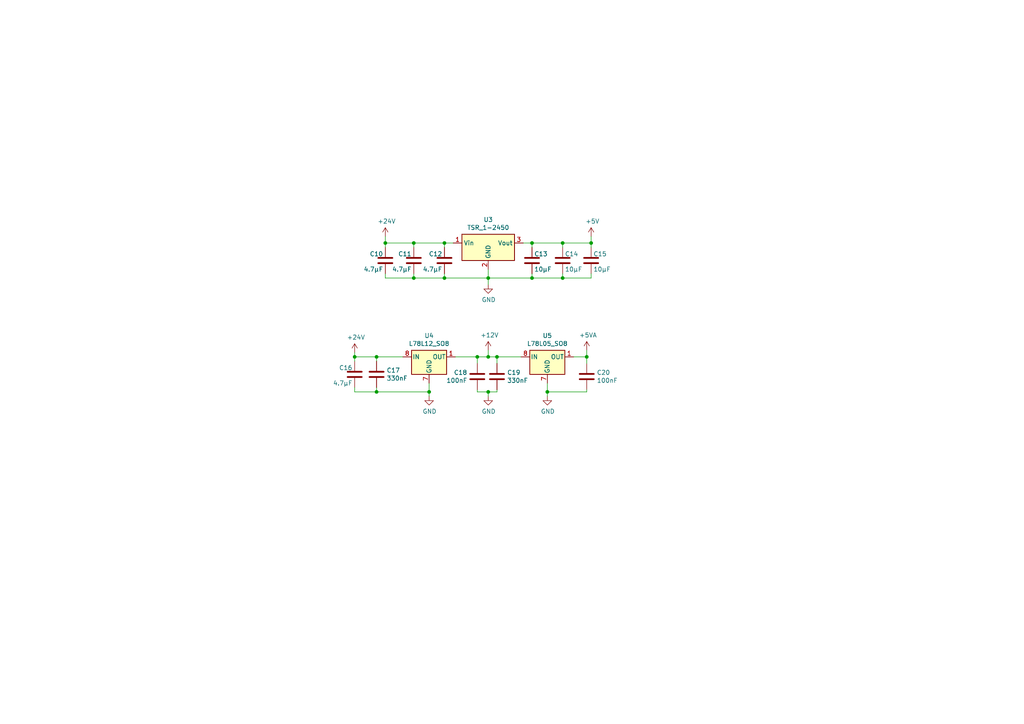
<source format=kicad_sch>
(kicad_sch (version 20231120) (generator "eeschema") (generator_version "8.0")
  (paper "A4")
  (title_block (title "Power Supply") (rev "1.1") (comment 2 "Released under CC BY-NC-SA license"))
  (lib_symbols
    (symbol "Device:C" (pin_numbers hide) (pin_names (offset 0.254))
      (property "Reference" "C" (at 0.635 2.54 0))
      (property "Value" "C" (at 0.635 -2.54 0))
      (symbol "C_0_1"
        (polyline (pts (xy -2.032 -0.762) (xy 2.032 -0.762)) (stroke (width 0.508)))
        (polyline (pts (xy -2.032 0.762) (xy 2.032 0.762)) (stroke (width 0.508)))
      )
      (symbol "C_1_1"
        (pin passive line (at 0 3.81 270) (length 2.794) (name "~") (number "1"))
        (pin passive line (at 0 -3.81 90) (length 2.794) (name "~") (number "2"))
      )
    )
    (symbol "Regulator_Linear:L78L05_SO8" (pin_names (offset 0.254))
      (property "Reference" "U" (at -3.81 3.175 0))
      (property "Value" "L78L05_SO8" (at 0 3.175 0))
      (symbol "L78L05_SO8_0_1"
        (rectangle (start -5.08 1.905) (end 5.08 -5.08) (stroke (width 0.254)) (fill (type background)))
      )
      (symbol "L78L05_SO8_1_1"
        (pin power_out line (at 7.62 0 180) (length 2.54) (name "OUT") (number "1"))
        (pin passive line (at 0 -7.62 90) (length 2.54) hide (name "GND") (number "2"))
        (pin passive line (at 0 -7.62 90) (length 2.54) hide (name "GND") (number "3"))
        (pin no_connect line (at -5.08 -2.54 0) (length 2.54) hide (name "NC") (number "4"))
        (pin no_connect line (at 5.08 -2.54 180) (length 2.54) hide (name "NC") (number "5"))
        (pin passive line (at 0 -7.62 90) (length 2.54) hide (name "GND") (number "6"))
        (pin power_in line (at 0 -7.62 90) (length 2.54) (name "GND") (number "7"))
        (pin power_in line (at -7.62 0 0) (length 2.54) (name "IN") (number "8"))
      )
    )
    (symbol "Regulator_Linear:L78L12_SO8" (pin_names (offset 0.254))
      (property "Reference" "U" (at -3.81 3.175 0))
      (property "Value" "L78L12_SO8" (at 0 3.175 0))
      (symbol "L78L12_SO8_0_1"
        (rectangle (start -5.08 1.905) (end 5.08 -5.08) (stroke (width 0.254)) (fill (type background)))
      )
      (symbol "L78L12_SO8_1_1"
        (pin power_out line (at 7.62 0 180) (length 2.54) (name "OUT") (number "1"))
        (pin passive line (at 0 -7.62 90) (length 2.54) hide (name "GND") (number "2"))
        (pin passive line (at 0 -7.62 90) (length 2.54) hide (name "GND") (number "3"))
        (pin no_connect line (at -5.08 -2.54 0) (length 2.54) hide (name "NC") (number "4"))
        (pin no_connect line (at 5.08 -2.54 180) (length 2.54) hide (name "NC") (number "5"))
        (pin passive line (at 0 -7.62 90) (length 2.54) hide (name "GND") (number "6"))
        (pin power_in line (at 0 -7.62 90) (length 2.54) (name "GND") (number "7"))
        (pin power_in line (at -7.62 0 0) (length 2.54) (name "IN") (number "8"))
      )
    )
    (symbol "Regulator_Switching:TSR_1-2450"
      (property "Reference" "U" (at -7.62 6.35 0))
      (property "Value" "TSR_1-2450" (at -1.27 6.35 0))
      (symbol "TSR_1-2450_0_1"
        (rectangle (start -7.62 5.08) (end 7.62 -2.54) (stroke (width 0.254)) (fill (type background)))
      )
      (symbol "TSR_1-2450_1_1"
        (pin power_in line (at -10.16 2.54 0) (length 2.54) (name "Vin") (number "1"))
        (pin power_in line (at 0 -5.08 90) (length 2.54) (name "GND") (number "2"))
        (pin power_out line (at 10.16 2.54 180) (length 2.54) (name "Vout") (number "3"))
      )
    )
    (symbol "power:+12V" (power) (pin_names (offset 0))
      (property "Value" "+12V" (at 0 3.556 0))
      (symbol "+12V_0_1"
        (polyline (pts (xy -0.762 1.27) (xy 0 2.54)))
        (polyline (pts (xy 0 0) (xy 0 2.54)))
        (polyline (pts (xy 0 2.54) (xy 0.762 1.27)))
      )
      (symbol "+12V_1_1"
        (pin power_in line (at 0 0 90) (length 0) hide (name "+12V") (number "1"))
      )
    )
    (symbol "power:+24V" (power) (pin_names (offset 0))
      (property "Value" "+24V" (at 0 3.556 0))
      (symbol "+24V_0_1"
        (polyline (pts (xy -0.762 1.27) (xy 0 2.54)))
        (polyline (pts (xy 0 0) (xy 0 2.54)))
        (polyline (pts (xy 0 2.54) (xy 0.762 1.27)))
      )
      (symbol "+24V_1_1"
        (pin power_in line (at 0 0 90) (length 0) hide (name "+24V") (number "1"))
      )
    )
    (symbol "power:+5V" (power) (pin_names (offset 0))
      (property "Value" "+5V" (at 0 3.556 0))
      (symbol "+5V_0_1"
        (polyline (pts (xy -0.762 1.27) (xy 0 2.54)))
        (polyline (pts (xy 0 0) (xy 0 2.54)))
        (polyline (pts (xy 0 2.54) (xy 0.762 1.27)))
      )
      (symbol "+5V_1_1"
        (pin power_in line (at 0 0 90) (length 0) hide (name "+5V") (number "1"))
      )
    )
    (symbol "power:+5VA" (power) (pin_names (offset 0))
      (property "Value" "+5VA" (at 0 3.556 0))
      (symbol "+5VA_0_1"
        (polyline (pts (xy -0.762 1.27) (xy 0 2.54)))
        (polyline (pts (xy 0 0) (xy 0 2.54)))
        (polyline (pts (xy 0 2.54) (xy 0.762 1.27)))
      )
      (symbol "+5VA_1_1"
        (pin power_in line (at 0 0 90) (length 0) hide (name "+5VA") (number "1"))
      )
    )
    (symbol "power:GND" (power) (pin_names (offset 0))
      (property "Value" "GND" (at 0 -3.81 0))
      (symbol "GND_0_1"
        (polyline (pts (xy 0 0) (xy 0 -1.27) (xy 1.27 -1.27) (xy 0 -2.54) (xy -1.27 -1.27) (xy 0 -1.27)))
      )
      (symbol "GND_1_1"
        (pin power_in line (at 0 0 270) (length 0) hide (name "GND") (number "1"))
      )
    )
  )
  (junction (at 158.75 113.665))
  (junction (at 128.905 70.485))
  (junction (at 138.43 103.505))
  (junction (at 111.76 70.485))
  (junction (at 163.195 70.485))
  (junction (at 170.18 103.505))
  (junction (at 124.46 113.665))
  (junction (at 120.015 80.645))
  (junction (at 141.605 103.505))
  (junction (at 109.22 113.665))
  (junction (at 154.305 80.645))
  (junction (at 141.605 80.645))
  (junction (at 120.015 70.485))
  (junction (at 163.195 80.645))
  (junction (at 141.605 113.665))
  (junction (at 128.905 80.645))
  (junction (at 154.305 70.485))
  (junction (at 109.22 103.505))
  (junction (at 102.87 103.505))
  (junction (at 144.145 103.505))
  (junction (at 171.45 70.485))
  (wire (pts (xy 141.605 78.105) (xy 141.605 80.645)))
  (wire (pts (xy 141.605 113.665) (xy 144.145 113.665)))
  (wire (pts (xy 128.905 70.485) (xy 120.015 70.485)))
  (wire (pts (xy 109.22 112.395) (xy 109.22 113.665)))
  (wire (pts (xy 154.305 71.755) (xy 154.305 70.485)))
  (wire (pts (xy 163.195 80.645) (xy 163.195 79.375)))
  (wire (pts (xy 102.87 103.505) (xy 109.22 103.505)))
  (wire (pts (xy 141.605 80.645) (xy 154.305 80.645)))
  (wire (pts (xy 102.87 112.395) (xy 102.87 113.665)))
  (wire (pts (xy 158.75 113.665) (xy 170.18 113.665)))
  (wire (pts (xy 141.605 101.6) (xy 141.605 103.505)))
  (wire (pts (xy 111.76 80.645) (xy 111.76 79.375)))
  (wire (pts (xy 120.015 80.645) (xy 111.76 80.645)))
  (wire (pts (xy 120.015 70.485) (xy 111.76 70.485)))
  (wire (pts (xy 109.22 104.775) (xy 109.22 103.505)))
  (wire (pts (xy 144.145 113.665) (xy 144.145 113.03)))
  (wire (pts (xy 171.45 68.58) (xy 171.45 70.485)))
  (wire (pts (xy 132.08 103.505) (xy 138.43 103.505)))
  (wire (pts (xy 144.145 103.505) (xy 151.13 103.505)))
  (wire (pts (xy 154.305 79.375) (xy 154.305 80.645)))
  (wire (pts (xy 163.195 71.755) (xy 163.195 70.485)))
  (wire (pts (xy 131.445 70.485) (xy 128.905 70.485)))
  (wire (pts (xy 154.305 80.645) (xy 163.195 80.645)))
  (wire (pts (xy 124.46 111.125) (xy 124.46 113.665)))
  (wire (pts (xy 138.43 103.505) (xy 141.605 103.505)))
  (wire (pts (xy 151.765 70.485) (xy 154.305 70.485)))
  (wire (pts (xy 120.015 80.645) (xy 120.015 79.375)))
  (wire (pts (xy 163.195 80.645) (xy 171.45 80.645)))
  (wire (pts (xy 109.22 103.505) (xy 116.84 103.505)))
  (wire (pts (xy 128.905 80.645) (xy 120.015 80.645)))
  (wire (pts (xy 111.76 70.485) (xy 111.76 71.755)))
  (wire (pts (xy 120.015 71.755) (xy 120.015 70.485)))
  (wire (pts (xy 141.605 113.665) (xy 141.605 114.935)))
  (wire (pts (xy 138.43 113.03) (xy 138.43 113.665)))
  (wire (pts (xy 171.45 70.485) (xy 171.45 71.755)))
  (wire (pts (xy 171.45 80.645) (xy 171.45 79.375)))
  (wire (pts (xy 163.195 70.485) (xy 171.45 70.485)))
  (wire (pts (xy 109.22 113.665) (xy 124.46 113.665)))
  (wire (pts (xy 111.76 68.58) (xy 111.76 70.485)))
  (wire (pts (xy 102.87 113.665) (xy 109.22 113.665)))
  (wire (pts (xy 102.87 102.235) (xy 102.87 103.505)))
  (wire (pts (xy 144.145 105.41) (xy 144.145 103.505)))
  (wire (pts (xy 141.605 80.645) (xy 128.905 80.645)))
  (wire (pts (xy 138.43 113.665) (xy 141.605 113.665)))
  (wire (pts (xy 102.87 103.505) (xy 102.87 104.775)))
  (wire (pts (xy 124.46 113.665) (xy 124.46 114.935)))
  (wire (pts (xy 138.43 105.41) (xy 138.43 103.505)))
  (wire (pts (xy 128.905 80.645) (xy 128.905 79.375)))
  (wire (pts (xy 141.605 103.505) (xy 144.145 103.505)))
  (wire (pts (xy 158.75 113.665) (xy 158.75 114.935)))
  (wire (pts (xy 128.905 71.755) (xy 128.905 70.485)))
  (wire (pts (xy 158.75 111.125) (xy 158.75 113.665)))
  (wire (pts (xy 141.605 80.645) (xy 141.605 82.55)))
  (wire (pts (xy 170.18 113.03) (xy 170.18 113.665)))
  (wire (pts (xy 170.18 103.505) (xy 170.18 101.6)))
  (wire (pts (xy 166.37 103.505) (xy 170.18 103.505)))
  (wire (pts (xy 154.305 70.485) (xy 163.195 70.485)))
  (wire (pts (xy 170.18 105.41) (xy 170.18 103.505)))
  (symbol (lib_id "Device:C") (at 128.905 75.565 0) (mirror x) (unit 1)
    (property "Reference" "C12" (at 128.27 73.66 0) (effects (justify right)))
    (property "Value" "4.7μF" (at 128.27 78.105 0) (effects (justify right)))
    (property "Footprint" "Capacitor_SMD:C_0805_2012Metric_Pad1.18x1.45mm_HandSolder" (effects (hide yes)))
  )
  (symbol (lib_id "Device:C") (at 120.015 75.565 0) (mirror x) (unit 1)
    (property "Reference" "C11" (at 119.38 73.66 0) (effects (justify right)))
    (property "Value" "4.7μF" (at 119.38 78.105 0) (effects (justify right)))
    (property "Footprint" "Capacitor_SMD:C_0805_2012Metric_Pad1.18x1.45mm_HandSolder" (effects (hide yes)))
  )
  (symbol (lib_id "Device:C") (at 111.76 75.565 0) (mirror x) (unit 1)
    (property "Reference" "C10" (at 111.125 73.66 0) (effects (justify right)))
    (property "Value" "4.7μF" (at 111.125 78.105 0) (effects (justify right)))
    (property "Footprint" "Capacitor_SMD:C_0805_2012Metric_Pad1.18x1.45mm_HandSolder" (effects (hide yes)))
  )
  (symbol (lib_id "Device:C") (at 154.305 75.565 180) (unit 1)
    (property "Reference" "C13" (at 154.94 73.66 0) (effects (justify right)))
    (property "Value" "10μF" (at 154.94 78.105 0) (effects (justify right)))
    (property "Footprint" "Capacitor_SMD:C_0805_2012Metric_Pad1.18x1.45mm_HandSolder" (effects (hide yes)))
  )
  (symbol (lib_id "Device:C") (at 163.195 75.565 180) (unit 1)
    (property "Reference" "C14" (at 163.83 73.66 0) (effects (justify right)))
    (property "Value" "10μF" (at 163.83 78.105 0) (effects (justify right)))
    (property "Footprint" "Capacitor_SMD:C_0805_2012Metric_Pad1.18x1.45mm_HandSolder" (effects (hide yes)))
  )
  (symbol (lib_id "Device:C") (at 171.45 75.565 180) (unit 1)
    (property "Reference" "C15" (at 172.085 73.66 0) (effects (justify right)))
    (property "Value" "10μF" (at 172.085 78.105 0) (effects (justify right)))
    (property "Footprint" "Capacitor_SMD:C_0805_2012Metric_Pad1.18x1.45mm_HandSolder" (effects (hide yes)))
  )
  (symbol (lib_id "Regulator_Linear:L78L05_SO8") (at 158.75 103.505 0) (unit 1)
    (property "Reference" "U5" (at 158.75 97.3582 0))
    (property "Value" "L78L05_SO8" (at 158.75 99.6696 0))
    (property "Footprint" "Package_SO:SOIC-8_3.9x4.9mm_P1.27mm" (effects (hide yes)))
    (property "Datasheet" "http://www.st.com/content/ccc/resource/technical/document/datasheet/15/55/e5/aa/23/5b/43/fd/CD00000446.pdf/files/CD00000446.pdf/jcr:content/translations/en.CD00000446.pdf" (effects (hide yes)))
  )
  (symbol (lib_id "Regulator_Linear:L78L12_SO8") (at 124.46 103.505 0) (unit 1)
    (property "Reference" "U4" (at 124.46 97.3582 0))
    (property "Value" "L78L12_SO8" (at 124.46 99.6696 0))
    (property "Footprint" "Package_SO:SOIC-8_3.9x4.9mm_P1.27mm" (effects (hide yes)))
    (property "Datasheet" "http://www.st.com/content/ccc/resource/technical/document/datasheet/15/55/e5/aa/23/5b/43/fd/CD00000446.pdf/files/CD00000446.pdf/jcr:content/translations/en.CD00000446.pdf" (effects (hide yes)))
  )
  (symbol (lib_id "power:GND") (at 158.75 114.935 0) (unit 1)
    (property "Reference" "#PWR027" (effects (hide yes)))
    (property "Value" "GND" (at 158.877 119.3292 0))
  )
  (symbol (lib_id "power:GND") (at 124.46 114.935 0) (unit 1)
    (property "Reference" "#PWR025" (effects (hide yes)))
    (property "Value" "GND" (at 124.587 119.3292 0))
  )
  (symbol (lib_id "power:+12V") (at 141.605 101.6 0) (unit 1)
    (property "Reference" "#PWR022" (effects (hide yes)))
    (property "Value" "+12V" (at 141.986 97.2058 0))
  )
  (symbol (lib_id "Device:C") (at 109.22 108.585 180) (unit 1)
    (property "Reference" "C17" (at 112.1156 107.4166 0) (effects (justify right)))
    (property "Value" "330nF" (at 112.1156 109.728 0) (effects (justify right)))
    (property "Footprint" "Capacitor_SMD:C_0805_2012Metric_Pad1.18x1.45mm_HandSolder" (effects (hide yes)))
  )
  (symbol (lib_id "Device:C") (at 138.43 109.22 0) (mirror x) (unit 1)
    (property "Reference" "C18" (at 135.5344 108.0516 0) (effects (justify right)))
    (property "Value" "100nF" (at 135.5344 110.363 0) (effects (justify right)))
    (property "Footprint" "Capacitor_SMD:C_0603_1608Metric_Pad1.08x0.95mm_HandSolder" (effects (hide yes)))
  )
  (symbol (lib_id "Device:C") (at 144.145 109.22 180) (unit 1)
    (property "Reference" "C19" (at 147.066 108.0516 0) (effects (justify right)))
    (property "Value" "330nF" (at 147.066 110.363 0) (effects (justify right)))
    (property "Footprint" "Capacitor_SMD:C_0805_2012Metric_Pad1.18x1.45mm_HandSolder" (effects (hide yes)))
  )
  (symbol (lib_id "power:GND") (at 141.605 114.935 0) (unit 1)
    (property "Reference" "#PWR026" (effects (hide yes)))
    (property "Value" "GND" (at 141.732 119.3292 0))
  )
  (symbol (lib_id "Device:C") (at 170.18 109.22 180) (unit 1)
    (property "Reference" "C20" (at 173.0756 108.0516 0) (effects (justify right)))
    (property "Value" "100nF" (at 173.0756 110.363 0) (effects (justify right)))
    (property "Footprint" "Capacitor_SMD:C_0603_1608Metric_Pad1.08x0.95mm_HandSolder" (effects (hide yes)))
  )
  (symbol (lib_id "power:+24V") (at 102.87 102.235 0) (unit 1)
    (property "Reference" "#PWR024" (effects (hide yes)))
    (property "Value" "+24V" (at 103.251 97.8408 0))
  )
  (symbol (lib_id "Device:C") (at 102.87 108.585 0) (mirror x) (unit 1)
    (property "Reference" "C16" (at 102.235 106.68 0) (effects (justify right)))
    (property "Value" "4.7μF" (at 102.235 111.125 0) (effects (justify right)))
    (property "Footprint" "Capacitor_SMD:C_0805_2012Metric_Pad1.18x1.45mm_HandSolder" (effects (hide yes)))
  )
  (symbol (lib_id "Regulator_Switching:TSR_1-2450") (at 141.605 73.025 0) (unit 1)
    (property "Reference" "U3" (at 141.605 63.7032 0))
    (property "Value" "TSR_1-2450" (at 141.605 66.0146 0))
    (property "Footprint" "Converter_DCDC:Converter_DCDC_TRACO_TSR-1_THT" (effects (hide yes)))
    (property "Datasheet" "http://www.tracopower.com/products/tsr1.pdf" (effects (hide yes)))
  )
  (symbol (lib_id "power:GND") (at 141.605 82.55 0) (unit 1)
    (property "Reference" "#PWR021" (effects (hide yes)))
    (property "Value" "GND" (at 141.732 86.9442 0))
  )
  (symbol (lib_id "power:+5VA") (at 170.18 101.6 0) (unit 1)
    (property "Reference" "#PWR023" (effects (hide yes)))
    (property "Value" "+5VA" (at 170.561 97.2058 0))
  )
  (symbol (lib_id "power:+5V") (at 171.45 68.58 0) (unit 1)
    (property "Reference" "#PWR020" (effects (hide yes)))
    (property "Value" "+5V" (at 171.831 64.1858 0))
  )
  (symbol (lib_id "power:+24V") (at 111.76 68.58 0) (unit 1)
    (property "Reference" "#PWR019" (effects (hide yes)))
    (property "Value" "+24V" (at 112.141 64.1858 0))
  )
)
</source>
